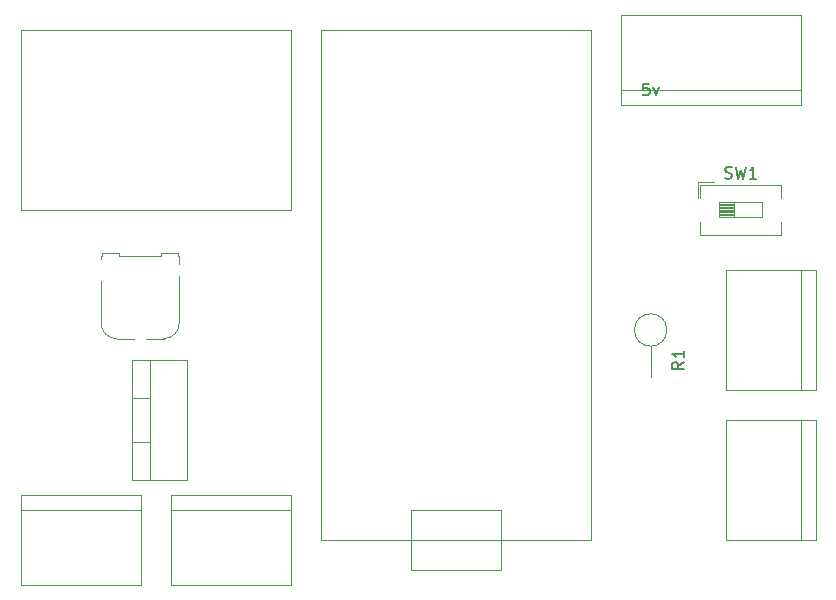
<source format=gbr>
%TF.GenerationSoftware,KiCad,Pcbnew,(6.0.5-0)*%
%TF.CreationDate,2022-06-17T15:09:36-06:00*%
%TF.ProjectId,ESP32,45535033-322e-46b6-9963-61645f706362,rev?*%
%TF.SameCoordinates,Original*%
%TF.FileFunction,Legend,Top*%
%TF.FilePolarity,Positive*%
%FSLAX46Y46*%
G04 Gerber Fmt 4.6, Leading zero omitted, Abs format (unit mm)*
G04 Created by KiCad (PCBNEW (6.0.5-0)) date 2022-06-17 15:09:36*
%MOMM*%
%LPD*%
G01*
G04 APERTURE LIST*
%ADD10C,0.150000*%
%ADD11C,0.120000*%
G04 APERTURE END LIST*
D10*
X172577142Y-90892380D02*
X172100952Y-90892380D01*
X172053333Y-91368571D01*
X172100952Y-91320952D01*
X172196190Y-91273333D01*
X172434285Y-91273333D01*
X172529523Y-91320952D01*
X172577142Y-91368571D01*
X172624761Y-91463809D01*
X172624761Y-91701904D01*
X172577142Y-91797142D01*
X172529523Y-91844761D01*
X172434285Y-91892380D01*
X172196190Y-91892380D01*
X172100952Y-91844761D01*
X172053333Y-91797142D01*
X172958095Y-91225714D02*
X173196190Y-91892380D01*
X173434285Y-91225714D01*
%TO.C,SW1*%
X179016666Y-98894761D02*
X179159523Y-98942380D01*
X179397619Y-98942380D01*
X179492857Y-98894761D01*
X179540476Y-98847142D01*
X179588095Y-98751904D01*
X179588095Y-98656666D01*
X179540476Y-98561428D01*
X179492857Y-98513809D01*
X179397619Y-98466190D01*
X179207142Y-98418571D01*
X179111904Y-98370952D01*
X179064285Y-98323333D01*
X179016666Y-98228095D01*
X179016666Y-98132857D01*
X179064285Y-98037619D01*
X179111904Y-97990000D01*
X179207142Y-97942380D01*
X179445238Y-97942380D01*
X179588095Y-97990000D01*
X179921428Y-97942380D02*
X180159523Y-98942380D01*
X180350000Y-98228095D01*
X180540476Y-98942380D01*
X180778571Y-97942380D01*
X181683333Y-98942380D02*
X181111904Y-98942380D01*
X181397619Y-98942380D02*
X181397619Y-97942380D01*
X181302380Y-98085238D01*
X181207142Y-98180476D01*
X181111904Y-98228095D01*
%TO.C,R1*%
X175542380Y-114466666D02*
X175066190Y-114800000D01*
X175542380Y-115038095D02*
X174542380Y-115038095D01*
X174542380Y-114657142D01*
X174590000Y-114561904D01*
X174637619Y-114514285D01*
X174732857Y-114466666D01*
X174875714Y-114466666D01*
X174970952Y-114514285D01*
X175018571Y-114561904D01*
X175066190Y-114657142D01*
X175066190Y-115038095D01*
X175542380Y-113514285D02*
X175542380Y-114085714D01*
X175542380Y-113800000D02*
X174542380Y-113800000D01*
X174685238Y-113895238D01*
X174780476Y-113990476D01*
X174828095Y-114085714D01*
D11*
%TO.C,J3*%
X179070000Y-129540000D02*
X186690000Y-129540000D01*
X186690000Y-119380000D02*
X179070000Y-119380000D01*
X186690000Y-129540000D02*
X186690000Y-119380000D01*
X185420000Y-119380000D02*
X185420000Y-129540000D01*
X179070000Y-119380000D02*
X179070000Y-129540000D01*
%TO.C,RV1*%
X127710000Y-105470000D02*
X131290000Y-105470000D01*
X127710000Y-105470000D02*
X127710000Y-105270000D01*
X126290000Y-105270000D02*
X127710000Y-105270000D01*
X128990000Y-112490000D02*
X127500000Y-112490000D01*
X131290000Y-105270000D02*
X132710000Y-105270000D01*
X126190000Y-105470000D02*
X126190000Y-105720000D01*
X131290000Y-105470000D02*
X131290000Y-105270000D01*
X126190000Y-111180000D02*
X126190000Y-107640000D01*
X126290000Y-105270000D02*
X126290000Y-105470000D01*
X132810000Y-105470000D02*
X132810000Y-106160000D01*
X132810000Y-107200000D02*
X132810000Y-111180000D01*
X126290000Y-105470000D02*
X126190000Y-105470000D01*
X131500000Y-112490000D02*
X130010000Y-112490000D01*
X132710000Y-105470000D02*
X132810000Y-105470000D01*
X132710000Y-105270000D02*
X132710000Y-105470000D01*
X131500000Y-112490000D02*
G75*
G03*
X132810000Y-111180000I0J1310000D01*
G01*
X126190000Y-111180000D02*
G75*
G03*
X127500000Y-112490000I1310000J0D01*
G01*
%TO.C,J5*%
X170180000Y-92710000D02*
X185420000Y-92710000D01*
X170180000Y-92710000D02*
X170180000Y-85090000D01*
X170180000Y-91440000D02*
X185420000Y-91440000D01*
X185420000Y-92710000D02*
X185420000Y-85090000D01*
X170180000Y-85090000D02*
X185420000Y-85090000D01*
%TO.C,SW1*%
X176940000Y-99490000D02*
X183761000Y-99490000D01*
X182160000Y-100965000D02*
X178540000Y-100965000D01*
X178540000Y-101925000D02*
X179746667Y-101925000D01*
X178540000Y-101085000D02*
X179746667Y-101085000D01*
X176700000Y-99250000D02*
X178083000Y-99250000D01*
X178540000Y-101205000D02*
X179746667Y-101205000D01*
X176940000Y-103710000D02*
X183761000Y-103710000D01*
X176940000Y-102640000D02*
X176940000Y-103710000D01*
X178540000Y-102045000D02*
X179746667Y-102045000D01*
X176700000Y-99250000D02*
X176700000Y-100560000D01*
X176940000Y-99490000D02*
X176940000Y-100560000D01*
X183761000Y-99490000D02*
X183761000Y-100610000D01*
X178540000Y-102235000D02*
X182160000Y-102235000D01*
X183761000Y-102590000D02*
X183761000Y-103710000D01*
X178540000Y-101805000D02*
X179746667Y-101805000D01*
X182160000Y-102235000D02*
X182160000Y-100965000D01*
X178540000Y-101445000D02*
X179746667Y-101445000D01*
X178540000Y-101685000D02*
X179746667Y-101685000D01*
X178540000Y-101325000D02*
X179746667Y-101325000D01*
X178540000Y-101565000D02*
X179746667Y-101565000D01*
X179746667Y-100965000D02*
X179746667Y-102235000D01*
X178540000Y-100965000D02*
X178540000Y-102235000D01*
X178540000Y-102165000D02*
X179746667Y-102165000D01*
%TO.C,J1*%
X142240000Y-133350000D02*
X142240000Y-125730000D01*
X132080000Y-125730000D02*
X132080000Y-133350000D01*
X132080000Y-127000000D02*
X142240000Y-127000000D01*
X132080000Y-133350000D02*
X142240000Y-133350000D01*
X142240000Y-125730000D02*
X132080000Y-125730000D01*
%TO.C,U2*%
X119380000Y-101600000D02*
X119380000Y-86360000D01*
X119380000Y-86360000D02*
X142240000Y-86360000D01*
X142240000Y-86360000D02*
X142240000Y-101600000D01*
X142240000Y-101600000D02*
X119380000Y-101600000D01*
%TO.C,Q1*%
X128810000Y-114260000D02*
X133451000Y-114260000D01*
X133451000Y-124500000D02*
X133451000Y-114260000D01*
X128810000Y-117529000D02*
X130320000Y-117529000D01*
X128810000Y-124500000D02*
X133451000Y-124500000D01*
X128810000Y-121230000D02*
X130320000Y-121230000D01*
X128810000Y-124500000D02*
X128810000Y-114260000D01*
X130320000Y-124500000D02*
X130320000Y-114260000D01*
%TO.C,U1*%
X152400000Y-127000000D02*
X160020000Y-127000000D01*
X160020000Y-127000000D02*
X160020000Y-132080000D01*
X160020000Y-132080000D02*
X152400000Y-132080000D01*
X152400000Y-132080000D02*
X152400000Y-127000000D01*
X144780000Y-86360000D02*
X167640000Y-86360000D01*
X167640000Y-86360000D02*
X167640000Y-129540000D01*
X167640000Y-129540000D02*
X144780000Y-129540000D01*
X144780000Y-129540000D02*
X144780000Y-86360000D01*
%TO.C,J4*%
X186690000Y-116840000D02*
X186690000Y-106680000D01*
X179070000Y-116840000D02*
X186690000Y-116840000D01*
X186690000Y-106680000D02*
X179070000Y-106680000D01*
X185420000Y-106680000D02*
X185420000Y-116840000D01*
X179070000Y-106680000D02*
X179070000Y-116840000D01*
%TO.C,J2*%
X119380000Y-133350000D02*
X129540000Y-133350000D01*
X119380000Y-127000000D02*
X129540000Y-127000000D01*
X129540000Y-125730000D02*
X119380000Y-125730000D01*
X119380000Y-125730000D02*
X119380000Y-133350000D01*
X129540000Y-133350000D02*
X129540000Y-125730000D01*
%TO.C,R1*%
X172720000Y-113130000D02*
X172720000Y-115740000D01*
X174090000Y-111760000D02*
G75*
G03*
X174090000Y-111760000I-1370000J0D01*
G01*
%TD*%
M02*

</source>
